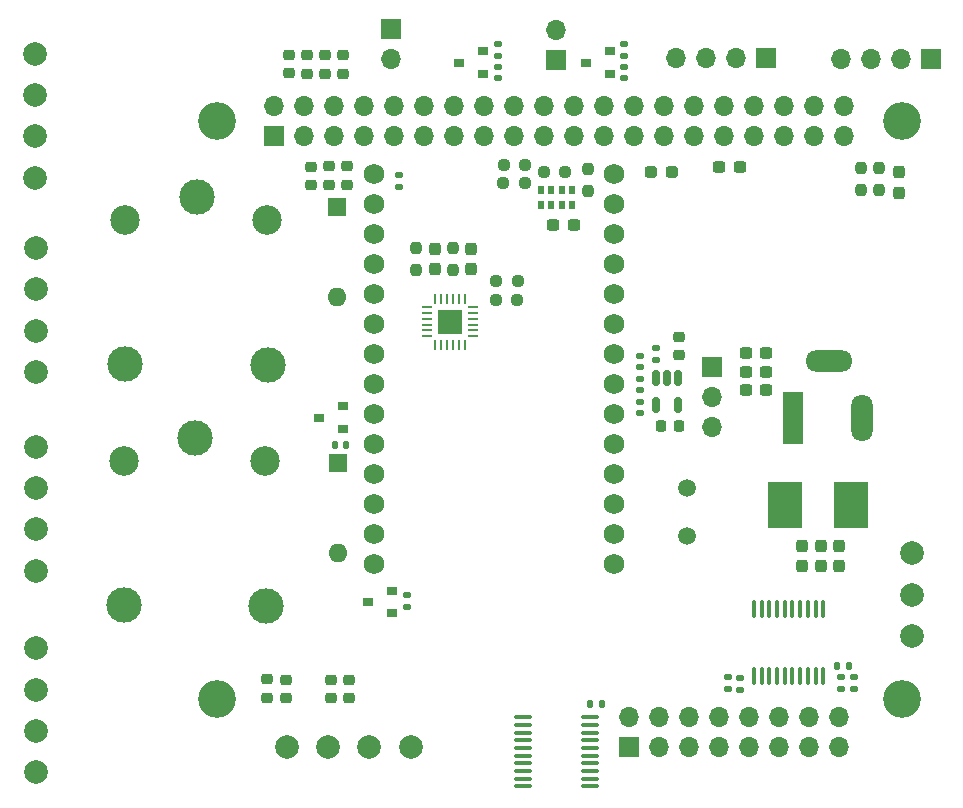
<source format=gts>
G04 #@! TF.GenerationSoftware,KiCad,Pcbnew,8.0.0*
G04 #@! TF.CreationDate,2024-03-08T00:39:00-06:00*
G04 #@! TF.ProjectId,mn_wild_siren_v2p0,6d6e5f77-696c-4645-9f73-6972656e5f76,rev?*
G04 #@! TF.SameCoordinates,Original*
G04 #@! TF.FileFunction,Soldermask,Top*
G04 #@! TF.FilePolarity,Negative*
%FSLAX46Y46*%
G04 Gerber Fmt 4.6, Leading zero omitted, Abs format (unit mm)*
G04 Created by KiCad (PCBNEW 8.0.0) date 2024-03-08 00:39:00*
%MOMM*%
%LPD*%
G01*
G04 APERTURE LIST*
G04 Aperture macros list*
%AMRoundRect*
0 Rectangle with rounded corners*
0 $1 Rounding radius*
0 $2 $3 $4 $5 $6 $7 $8 $9 X,Y pos of 4 corners*
0 Add a 4 corners polygon primitive as box body*
4,1,4,$2,$3,$4,$5,$6,$7,$8,$9,$2,$3,0*
0 Add four circle primitives for the rounded corners*
1,1,$1+$1,$2,$3*
1,1,$1+$1,$4,$5*
1,1,$1+$1,$6,$7*
1,1,$1+$1,$8,$9*
0 Add four rect primitives between the rounded corners*
20,1,$1+$1,$2,$3,$4,$5,0*
20,1,$1+$1,$4,$5,$6,$7,0*
20,1,$1+$1,$6,$7,$8,$9,0*
20,1,$1+$1,$8,$9,$2,$3,0*%
G04 Aperture macros list end*
%ADD10RoundRect,0.237500X0.287500X0.237500X-0.287500X0.237500X-0.287500X-0.237500X0.287500X-0.237500X0*%
%ADD11RoundRect,0.225000X-0.250000X0.225000X-0.250000X-0.225000X0.250000X-0.225000X0.250000X0.225000X0*%
%ADD12RoundRect,0.147500X-0.147500X-0.172500X0.147500X-0.172500X0.147500X0.172500X-0.147500X0.172500X0*%
%ADD13RoundRect,0.218750X0.256250X-0.218750X0.256250X0.218750X-0.256250X0.218750X-0.256250X-0.218750X0*%
%ADD14C,2.000000*%
%ADD15R,1.700000X1.700000*%
%ADD16O,1.700000X1.700000*%
%ADD17C,3.000000*%
%ADD18C,2.500000*%
%ADD19R,0.900000X0.800000*%
%ADD20RoundRect,0.147500X-0.172500X0.147500X-0.172500X-0.147500X0.172500X-0.147500X0.172500X0.147500X0*%
%ADD21RoundRect,0.147500X0.172500X-0.147500X0.172500X0.147500X-0.172500X0.147500X-0.172500X-0.147500X0*%
%ADD22RoundRect,0.100000X-0.637500X-0.100000X0.637500X-0.100000X0.637500X0.100000X-0.637500X0.100000X0*%
%ADD23C,3.200000*%
%ADD24C,1.750000*%
%ADD25RoundRect,0.150000X-0.150000X0.512500X-0.150000X-0.512500X0.150000X-0.512500X0.150000X0.512500X0*%
%ADD26RoundRect,0.237500X-0.250000X-0.237500X0.250000X-0.237500X0.250000X0.237500X-0.250000X0.237500X0*%
%ADD27RoundRect,0.237500X-0.237500X0.300000X-0.237500X-0.300000X0.237500X-0.300000X0.237500X0.300000X0*%
%ADD28RoundRect,0.225000X0.250000X-0.225000X0.250000X0.225000X-0.250000X0.225000X-0.250000X-0.225000X0*%
%ADD29RoundRect,0.237500X0.250000X0.237500X-0.250000X0.237500X-0.250000X-0.237500X0.250000X-0.237500X0*%
%ADD30RoundRect,0.135000X0.185000X-0.135000X0.185000X0.135000X-0.185000X0.135000X-0.185000X-0.135000X0*%
%ADD31R,1.600000X1.600000*%
%ADD32O,1.600000X1.600000*%
%ADD33RoundRect,0.237500X-0.300000X-0.237500X0.300000X-0.237500X0.300000X0.237500X-0.300000X0.237500X0*%
%ADD34RoundRect,0.062500X-0.375000X-0.062500X0.375000X-0.062500X0.375000X0.062500X-0.375000X0.062500X0*%
%ADD35RoundRect,0.062500X-0.062500X-0.375000X0.062500X-0.375000X0.062500X0.375000X-0.062500X0.375000X0*%
%ADD36R,2.100000X2.100000*%
%ADD37RoundRect,0.225000X0.225000X0.250000X-0.225000X0.250000X-0.225000X-0.250000X0.225000X-0.250000X0*%
%ADD38RoundRect,0.237500X-0.237500X0.250000X-0.237500X-0.250000X0.237500X-0.250000X0.237500X0.250000X0*%
%ADD39RoundRect,0.237500X0.300000X0.237500X-0.300000X0.237500X-0.300000X-0.237500X0.300000X-0.237500X0*%
%ADD40RoundRect,0.135000X-0.185000X0.135000X-0.185000X-0.135000X0.185000X-0.135000X0.185000X0.135000X0*%
%ADD41RoundRect,0.140000X-0.140000X-0.170000X0.140000X-0.170000X0.140000X0.170000X-0.140000X0.170000X0*%
%ADD42RoundRect,0.237500X0.237500X-0.300000X0.237500X0.300000X-0.237500X0.300000X-0.237500X-0.300000X0*%
%ADD43RoundRect,0.100000X-0.100000X0.637500X-0.100000X-0.637500X0.100000X-0.637500X0.100000X0.637500X0*%
%ADD44R,1.800000X4.400000*%
%ADD45O,1.800000X4.000000*%
%ADD46O,4.000000X1.800000*%
%ADD47R,3.000000X4.000000*%
%ADD48R,0.500000X0.800000*%
%ADD49RoundRect,0.237500X0.237500X-0.250000X0.237500X0.250000X-0.237500X0.250000X-0.237500X-0.250000X0*%
%ADD50C,1.500000*%
G04 APERTURE END LIST*
D10*
X219809999Y-81790000D03*
X218059999Y-81790000D03*
D11*
X189270000Y-81295000D03*
X189270000Y-82845000D03*
D12*
X212905000Y-126760000D03*
X213875000Y-126760000D03*
D11*
X192340000Y-81275000D03*
X192340000Y-82825000D03*
X190810000Y-81285000D03*
X190810000Y-82835000D03*
D13*
X220370400Y-97282200D03*
X220370400Y-95707200D03*
D14*
X165862000Y-71739999D03*
X165862000Y-75239999D03*
X165862000Y-78739999D03*
X165862000Y-82239999D03*
X165940000Y-122079999D03*
X165940000Y-125579999D03*
X165940000Y-129079999D03*
X165940000Y-132579999D03*
D15*
X186150000Y-78680000D03*
D16*
X186150000Y-76140000D03*
X188690000Y-78680000D03*
X188690000Y-76140000D03*
X191230000Y-78680000D03*
X191230000Y-76140000D03*
X193770000Y-78680000D03*
X193770000Y-76140000D03*
X196310000Y-78680000D03*
X196310000Y-76140000D03*
X198850000Y-78680000D03*
X198850000Y-76140000D03*
X201390000Y-78680000D03*
X201390000Y-76140000D03*
X203930000Y-78680000D03*
X203930000Y-76140000D03*
X206470000Y-78680000D03*
X206470000Y-76140000D03*
X209010000Y-78680000D03*
X209010000Y-76140000D03*
X211550000Y-78680000D03*
X211550000Y-76140000D03*
X214090000Y-78680000D03*
X214090000Y-76140000D03*
X216630000Y-78680000D03*
X216630000Y-76140000D03*
X219170000Y-78680000D03*
X219170000Y-76140000D03*
X221710000Y-78680000D03*
X221710000Y-76140000D03*
X224250000Y-78680000D03*
X224250000Y-76140000D03*
X226790000Y-78680000D03*
X226790000Y-76140000D03*
X229330000Y-78680000D03*
X229330000Y-76140000D03*
X231870000Y-78680000D03*
X231870000Y-76140000D03*
X234410000Y-78680000D03*
X234410000Y-76140000D03*
D15*
X210000000Y-72270000D03*
D16*
X210000000Y-69730000D03*
D17*
X179578000Y-83894001D03*
D18*
X173528000Y-85844002D03*
D17*
X173528000Y-98044000D03*
X185578000Y-98094001D03*
D18*
X185528000Y-85844001D03*
D17*
X179430000Y-104280000D03*
D18*
X173380000Y-106230000D03*
D17*
X173380000Y-118430000D03*
X185430000Y-118480000D03*
D18*
X185380000Y-106230000D03*
D19*
X191960000Y-103500000D03*
X191960000Y-101600000D03*
X189960000Y-102550000D03*
X196070000Y-119120000D03*
X196070000Y-117220000D03*
X194070000Y-118170000D03*
X214540000Y-73450000D03*
X214540000Y-71550000D03*
X212540000Y-72500000D03*
X203790000Y-73450000D03*
X203790000Y-71550000D03*
X201790000Y-72500000D03*
D12*
X191245000Y-104850000D03*
X192215000Y-104850000D03*
D20*
X197370000Y-117575000D03*
X197370000Y-118545000D03*
D21*
X196710000Y-82995000D03*
X196710000Y-82025000D03*
X217120000Y-102175000D03*
X217120000Y-101205000D03*
D20*
X217130000Y-99265000D03*
X217130000Y-100235000D03*
D21*
X234140000Y-125520000D03*
X234140000Y-124550000D03*
X215790000Y-73815000D03*
X215790000Y-72845000D03*
X205060000Y-73805000D03*
X205060000Y-72835000D03*
D22*
X207167500Y-127925000D03*
X207167500Y-128575000D03*
X207167500Y-129225000D03*
X207167500Y-129875000D03*
X207167500Y-130525000D03*
X207167500Y-131175000D03*
X207167500Y-131825000D03*
X207167500Y-132475000D03*
X207167500Y-133125000D03*
X207167500Y-133775000D03*
X212892500Y-133775000D03*
X212892500Y-133125000D03*
X212892500Y-132475000D03*
X212892500Y-131825000D03*
X212892500Y-131175000D03*
X212892500Y-130525000D03*
X212892500Y-129875000D03*
X212892500Y-129225000D03*
X212892500Y-128575000D03*
X212892500Y-127925000D03*
D15*
X227747500Y-72134999D03*
D16*
X225207500Y-72134999D03*
X222667500Y-72134999D03*
X220127500Y-72134999D03*
D23*
X181300000Y-126400000D03*
X239300000Y-77400000D03*
X181300000Y-77400000D03*
X239300000Y-126400000D03*
D24*
X214863700Y-81967100D03*
X214863700Y-84507100D03*
X214863700Y-87047100D03*
X214863700Y-89587100D03*
X214863700Y-92127100D03*
X214863700Y-94667100D03*
X214863700Y-97207100D03*
X214863700Y-99747100D03*
X214863700Y-102287100D03*
X214863700Y-104827100D03*
X214863700Y-107367100D03*
X214863700Y-109907100D03*
X214863700Y-112447100D03*
X214863700Y-114987100D03*
X194543700Y-114987100D03*
X194543700Y-112447100D03*
X194543700Y-109907100D03*
X194543700Y-107367100D03*
X194543700Y-104827100D03*
X194543700Y-102287100D03*
X194543700Y-99747100D03*
X194543700Y-97207100D03*
X194543700Y-94667100D03*
X194543700Y-92127100D03*
X194543700Y-89587100D03*
X194543700Y-87047100D03*
X194543700Y-84507100D03*
X194543700Y-81967100D03*
D21*
X217110000Y-98280000D03*
X217110000Y-97310000D03*
X218440000Y-97663000D03*
X218440000Y-96693000D03*
D25*
X220345000Y-99187000D03*
X219395000Y-99187000D03*
X218445000Y-99187000D03*
X218445000Y-101462000D03*
X220345000Y-101462000D03*
D15*
X223189800Y-98247200D03*
D16*
X223189800Y-100787200D03*
X223189800Y-103327200D03*
D14*
X187200000Y-130450000D03*
X190700000Y-130450000D03*
X194200000Y-130450000D03*
X197700000Y-130450000D03*
D26*
X208967700Y-81760700D03*
X210792700Y-81760700D03*
D27*
X232410000Y-113405000D03*
X232410000Y-115130000D03*
D14*
X240150000Y-121045000D03*
X240150000Y-117545000D03*
X240150000Y-114045000D03*
D28*
X191970000Y-73435000D03*
X191970000Y-71885000D03*
D29*
X206728700Y-92555400D03*
X204903700Y-92555400D03*
D30*
X224550000Y-125570000D03*
X224550000Y-124550000D03*
D31*
X191450000Y-84690000D03*
D32*
X191450000Y-92310000D03*
D28*
X187350000Y-73415000D03*
X187350000Y-71865000D03*
D33*
X209754300Y-86206500D03*
X211479300Y-86206500D03*
D34*
X199091200Y-93176000D03*
X199091200Y-93676000D03*
X199091200Y-94176000D03*
X199091200Y-94676000D03*
X199091200Y-95176000D03*
X199091200Y-95676000D03*
D35*
X199778700Y-96363500D03*
X200278700Y-96363500D03*
X200778700Y-96363500D03*
X201278700Y-96363500D03*
X201778700Y-96363500D03*
X202278700Y-96363500D03*
D34*
X202966200Y-95676000D03*
X202966200Y-95176000D03*
X202966200Y-94676000D03*
X202966200Y-94176000D03*
X202966200Y-93676000D03*
X202966200Y-93176000D03*
D35*
X202278700Y-92488500D03*
X201778700Y-92488500D03*
X201278700Y-92488500D03*
X200778700Y-92488500D03*
X200278700Y-92488500D03*
X199778700Y-92488500D03*
D36*
X201028700Y-94426000D03*
D37*
X220421200Y-103301800D03*
X218871200Y-103301800D03*
D28*
X188910000Y-73435000D03*
X188910000Y-71885000D03*
D38*
X235788200Y-81436200D03*
X235788200Y-83261200D03*
D28*
X185547000Y-126264000D03*
X185547000Y-124714000D03*
D38*
X198170800Y-88190700D03*
X198170800Y-90015700D03*
D30*
X225600000Y-125580000D03*
X225600000Y-124560000D03*
D39*
X227780000Y-97060000D03*
X226055000Y-97060000D03*
D27*
X230860000Y-113405000D03*
X230860000Y-115130000D03*
D40*
X215780000Y-70880000D03*
X215780000Y-71900000D03*
D41*
X233810000Y-123570000D03*
X234770000Y-123570000D03*
D15*
X216155000Y-130445000D03*
D16*
X216155000Y-127905000D03*
X218695000Y-130445000D03*
X218695000Y-127905000D03*
X221235000Y-130445000D03*
X221235000Y-127905000D03*
X223775000Y-130445000D03*
X223775000Y-127905000D03*
X226315000Y-130445000D03*
X226315000Y-127905000D03*
X228855000Y-130445000D03*
X228855000Y-127905000D03*
X231395000Y-130445000D03*
X231395000Y-127905000D03*
X233935000Y-130445000D03*
X233935000Y-127905000D03*
D42*
X202820900Y-89964600D03*
X202820900Y-88239600D03*
D43*
X232615000Y-118737500D03*
X231965000Y-118737500D03*
X231315000Y-118737500D03*
X230665000Y-118737500D03*
X230015000Y-118737500D03*
X229365000Y-118737500D03*
X228715000Y-118737500D03*
X228065000Y-118737500D03*
X227415000Y-118737500D03*
X226765000Y-118737500D03*
X226765000Y-124462500D03*
X227415000Y-124462500D03*
X228065000Y-124462500D03*
X228715000Y-124462500D03*
X229365000Y-124462500D03*
X230015000Y-124462500D03*
X230665000Y-124462500D03*
X231315000Y-124462500D03*
X231965000Y-124462500D03*
X232615000Y-124462500D03*
D26*
X205566000Y-81203800D03*
X207391000Y-81203800D03*
D44*
X230100000Y-102580000D03*
D45*
X235900000Y-102580000D03*
D46*
X233100000Y-97780000D03*
D15*
X196050000Y-69665000D03*
D16*
X196050000Y-72205000D03*
D28*
X192443400Y-126327200D03*
X192443400Y-124777200D03*
D15*
X241709999Y-72150000D03*
D16*
X239169999Y-72150000D03*
X236629999Y-72150000D03*
X234089999Y-72150000D03*
D30*
X235220000Y-125530000D03*
X235220000Y-124510000D03*
D40*
X205070000Y-70890000D03*
X205070000Y-71910000D03*
D38*
X201271500Y-88188800D03*
X201271500Y-90013800D03*
D42*
X199747500Y-89964600D03*
X199747500Y-88239600D03*
D38*
X237364900Y-81438100D03*
X237364900Y-83263100D03*
D31*
X191510000Y-106430000D03*
D32*
X191510000Y-114050000D03*
D27*
X233980000Y-113405000D03*
X233980000Y-115130000D03*
D14*
X165940000Y-105000000D03*
X165940000Y-108500000D03*
X165940000Y-112000000D03*
X165940000Y-115500000D03*
D28*
X190910000Y-126330000D03*
X190910000Y-124780000D03*
D47*
X229370000Y-109990000D03*
X234970000Y-109990000D03*
D26*
X205540600Y-82727800D03*
X207365600Y-82727800D03*
D48*
X208689800Y-84512000D03*
X209589800Y-84512000D03*
X210489800Y-84512000D03*
X211389800Y-84512000D03*
X211389800Y-83312000D03*
X210489800Y-83312000D03*
X209589800Y-83312000D03*
X208689800Y-83312000D03*
D39*
X227782500Y-98650000D03*
X226057500Y-98650000D03*
D49*
X212725000Y-83337400D03*
X212725000Y-81512400D03*
D50*
X221110000Y-108540000D03*
X221110000Y-112540000D03*
D14*
X165940000Y-88194000D03*
X165940000Y-91694000D03*
X165940000Y-95194000D03*
X165940000Y-98694000D03*
D29*
X206754100Y-90980600D03*
X204929100Y-90980600D03*
D28*
X187095000Y-126275000D03*
X187095000Y-124725000D03*
D39*
X225555000Y-81340000D03*
X223830000Y-81340000D03*
D27*
X239010000Y-81770000D03*
X239010000Y-83495000D03*
D28*
X190430000Y-73435000D03*
X190430000Y-71885000D03*
D39*
X227802500Y-100250000D03*
X226077500Y-100250000D03*
M02*

</source>
